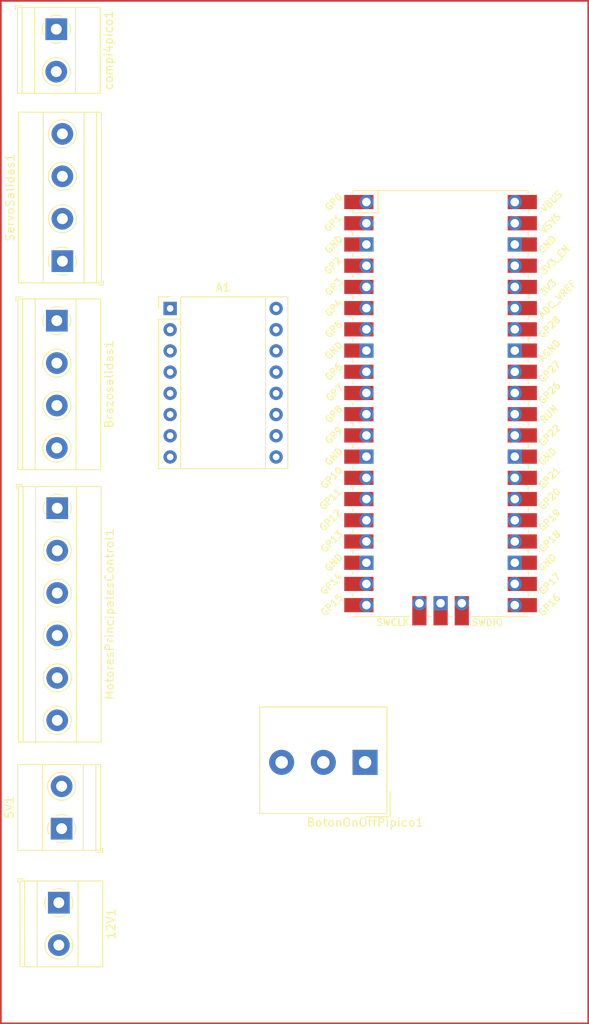
<source format=kicad_pcb>
(kicad_pcb (version 20221018) (generator pcbnew)
  (layers (0 "F.Cu" signal) (31 "B.Cu" signal) (34 "B.Paste" user) (35 "F.Paste" user) (36 "B.SilkS" user "B.Silkscreen") (37 "F.SilkS" user "F.Silkscreen") (38 "B.Mask" user) (39 "F.Mask" user) (44 "Edge.Cuts" user))
  (net 0 "")
  (net 1 "ServoControlpwm")
  (net 2 "velmot1pwm")
  (net 3 "mot1a")
  (net 4 "mot1b")
  (net 5 "velmot2pwm")
  (net 6 "mot2a")
  (net 7 "mot2b")
  (net 14 "compi4picoout")
  (net 15 "compi4picoin")
  (net 33 "brazo1a")
  (net 34 "brazo1b")
  (net 35 "brazo2a")
  (net 36 "brazo2b")
  (net 37 "servo5vgnd")
  (net 38 "servo5v")
  (net 39 "12VGND")
  (net 40 "12vin")
  (net 43 "gnddriv")
  (net 44 "vdriv")
  (net 45 "Net-(A1-~{RESET})")
  (net 46 "stepb")
  (net 47 "dirb")
  (net 48 "Net-(BotonOnOffPipico1-Pin_1)")
  (footprint "HORUSKICADhuellas:RPi_Pico_SMD_TH" (layer "F.Cu") (at 209.55 72.62)
    (fp_text reference "U1" hide)
    (fp_text value "Pico" hide)
    (fp_text user "GP16" (at 13.054 24.13 45) (layer "F.SilkS") (effects (font (size 0.8 0.8))))
    (fp_text user "GND" (at -12.8 -19.05 45) (layer "F.SilkS") (effects (font (size 0.8 0.8))))
    (fp_text user "ADC_VREF" (at 14 -12.5 45) (layer "F.SilkS") (effects (font (size 0.8 0.8))))
    (fp_text user "GP13" (at -13.054 16.51 45) (layer "F.SilkS") (effects (font (size 0.8 0.8))))
    (fp_text user "GP27" (at 13.054 -3.8 45) (layer "F.SilkS") (effects (font (size 0.8 0.8))))
    (fp_text user "GP21" (at 13.054 8.9 45) (layer "F.SilkS") (effects (font (size 0.8 0.8))))
    (fp_text user "GP8" (at -12.8 1.27 45) (layer "F.SilkS") (effects (font (size 0.8 0.8))))
    (fp_text user "GP0" (at -12.8 -24.13 45) (layer "F.SilkS") (effects (font (size 0.8 0.8))))
    (fp_text user "GP26" (at 13.054 -1.27 45) (layer "F.SilkS") (effects (font (size 0.8 0.8))))
    (fp_text user "VSYS" (at 13.2 -21.59 45) (layer "F.SilkS") (effects (font (size 0.8 0.8))))
    (fp_text user "VBUS" (at 13.3 -24.2 45) (layer "F.SilkS") (effects (font (size 0.8 0.8))))
    (fp_text user "GP15" (at -13.054 24.13 45) (layer "F.SilkS") (effects (font (size 0.8 0.8))))
    (fp_text user "3V3_EN" (at 13.7 -17.2 45) (layer "F.SilkS") (effects (font (size 0.8 0.8))))
    (fp_text user "GND" (at -12.8 19.05 45) (layer "F.SilkS") (effects (font (size 0.8 0.8))))
    (fp_text user "GP1" (at -12.9 -21.6 45) (layer "F.SilkS") (effects (font (size 0.8 0.8))))
    (fp_text user "3V3" (at 12.9 -13.9 45) (layer "F.SilkS") (effects (font (size 0.8 0.8))))
    (fp_text user "GND" (at 12.8 6.35 45) (layer "F.SilkS") (effects (font (size 0.8 0.8))))
    (fp_text user "GP10" (at -13.054 8.89 45) (layer "F.SilkS") (effects (font (size 0.8 0.8))))
    (fp_text user "SWDIO" (at 5.6 26.2) (layer "F.SilkS") (effects (font (size 0.8 0.8))))
    (fp_text user "GND" (at 12.8 19.05 45) (layer "F.SilkS") (effects (font (size 0.8 0.8))))
    (fp_text user "GP6" (at -12.8 -3.81 45) (layer "F.SilkS") (effects (font (size 0.8 0.8))))
    (fp_text user "GP3" (at -12.8 -13.97 45) (layer "F.SilkS") (effects (font (size 0.8 0.8))))
    (fp_text user "GP7" (at -12.7 -1.3 45) (layer "F.SilkS") (effects (font (size 0.8 0.8))))
    (fp_text user "GP19" (at 13.054 13.97 45) (layer "F.SilkS") (effects (font (size 0.8 0.8))))
    (fp_text user "GP28" (at 13.054 -9.144 45) (layer "F.SilkS") (effects (font (size 0.8 0.8))))
    (fp_text user "GP17" (at 13.054 21.59 45) (layer "F.SilkS") (effects (font (size 0.8 0.8))))
    (fp_text user "SWCLK" (at -5.7 26.2) (layer "F.SilkS") (effects (font (size 0.8 0.8))))
    (fp_text user "GND" (at -12.8 -6.35 45) (layer "F.SilkS") (effects (font (size 0.8 0.8))))
    (fp_text user "GP20" (at 13.054 11.43 45) (layer "F.SilkS") (effects (font (size 0.8 0.8))))
    (fp_text user "GND" (at -12.8 6.35 45) (layer "F.SilkS") (effects (font (size 0.8 0.8))))
    (fp_text user "GP5" (at -12.8 -8.89 45) (layer "F.SilkS") (effects (font (size 0.8 0.8))))
    (fp_text user "GND" (at 12.8 -19.05 45) (layer "F.SilkS") (effects (font (size 0.8 0.8))))
    (fp_text user "GP18" (at 13.054 16.51 45) (layer "F.SilkS") (effects (font (size 0.8 0.8))))
    (fp_text user "RUN" (at 13 1.27 45) (layer "F.SilkS") (effects (font (size 0.8 0.8))))
    (fp_text user "GP14" (at -13.1 21.59 45) (layer "F.SilkS") (effects (font (size 0.8 0.8))))
    (fp_text user "AGND" (at 13.054 -6.35 45) (layer "F.SilkS") (effects (font (size 0.8 0.8))))
    (fp_text user "GP12" (at -13.2 13.97 45) (layer "F.SilkS") (effects (font (size 0.8 0.8))))
    (fp_text user "GP4" (at -12.8 -11.43 45) (layer "F.SilkS") (effects (font (size 0.8 0.8))))
    (fp_text user "GP22" (at 13.054 3.81 45) (layer "F.SilkS") (effects (font (size 0.8 0.8))))
    (fp_text user "GP2" (at -12.9 -16.51 45) (layer "F.SilkS") (effects (font (size 0.8 0.8))))
    (fp_text user "GP9" (at -12.8 3.81 45) (layer "F.SilkS") (effects (font (size 0.8 0.8))))
    (fp_text user "GP11" (at -13.2 11.43 45) (layer "F.SilkS") (effects (font (size 0.8 0.8))))
    (fp_line (start -10.5 -25.5) (end -10.5 -25.2) (stroke (width 0.12)) (layer "F.SilkS"))
    (fp_line (start -10.5 -25.5) (end 10.5 -25.5) (stroke (width 0.12)) (layer "F.SilkS"))
    (fp_line (start -10.5 -23.1) (end -10.5 -22.7) (stroke (width 0.12)) (layer "F.SilkS"))
    (fp_line (start -10.5 -22.833) (end -7.493 -22.833) (stroke (width 0.12)) (layer "F.SilkS"))
    (fp_line (start -10.5 -20.5) (end -10.5 -20.1) (stroke (width 0.12)) (layer "F.SilkS"))
    (fp_line (start -10.5 -18) (end -10.5 -17.6) (stroke (width 0.12)) (layer "F.SilkS"))
    (fp_line (start -10.5 -15.4) (end -10.5 -15) (stroke (width 0.12)) (layer "F.SilkS"))
    (fp_line (start -10.5 -12.9) (end -10.5 -12.5) (stroke (width 0.12)) (layer "F.SilkS"))
    (fp_line (start -10.5 -10.4) (end -10.5 -10) (stroke (width 0.12)) (layer "F.SilkS"))
    (fp_line (start -10.5 -7.8) (end -10.5 -7.4) (stroke (width 0.12)) (layer "F.SilkS"))
    (fp_line (start -10.5 -5.3) (end -10.5 -4.9) (stroke (width 0.12)) (layer "F.SilkS"))
    (fp_line (start -10.5 -2.7) (end -10.5 -2.3) (stroke (width 0.12)) (layer "F.SilkS"))
    (fp_line (start -10.5 -0.2) (end -10.5 0.2) (stroke (width 0.12)) (layer "F.SilkS"))
    (fp_line (start -10.5 2.3) (end -10.5 2.7) (stroke (width 0.12)) (layer "F.SilkS"))
    (fp_line (start -10.5 4.9) (end -10.5 5.3) (stroke (width 0.12)) (layer "F.SilkS"))
    (fp_line (start -10.5 7.4) (end -10.5 7.8) (stroke (width 0.12)) (layer "F.SilkS"))
    (fp_line (start -10.5 10) (end -10.5 10.4) (stroke (width 0.12)) (layer "F.SilkS"))
    (fp_line (start -10.5 12.5) (end -10.5 12.9) (stroke (width 0.12)) (layer "F.SilkS"))
    (fp_line (start -10.5 15.1) (end -10.5 15.5) (stroke (width 0.12)) (layer "F.SilkS"))
    (fp_line (start -10.5 17.6) (end -10.5 18) (stroke (width 0.12)) (layer "F.SilkS"))
    (fp_line (start -10.5 20.1) (end -10.5 20.5) (stroke (width 0.12)) (layer "F.SilkS"))
    (fp_line (start -10.5 22.7) (end -10.5 23.1) (stroke (width 0.12)) (layer "F.SilkS"))
    (fp_line (start -7.493 -22.833) (end -7.493 -25.5) (stroke (width 0.12)) (layer "F.SilkS"))
    (fp_line (start -3.7 25.5) (end -10.5 25.5) (stroke (width 0.12)) (layer "F.SilkS"))
    (fp_line (start -1.5 25.5) (end -1.1 25.5) (stroke (width 0.12)) (layer "F.SilkS"))
    (fp_line (start 1.1 25.5) (end 1.5 25.5) (stroke (width 0.12)) (layer "F.SilkS"))
    (fp_line (start 10.5 -25.5) (end 10.5 -25.2) (stroke (width 0.12)) (layer "F.SilkS"))
    (fp_line (start 10.5 -23.1) (end 10.5 -22.7) (stroke (width 0.12)) (layer "F.SilkS"))
    (fp_line (start 10.5 -20.5) (end 10.5 -20.1) (stroke (width 0.12)) (layer "F.SilkS"))
    (fp_line (start 10.5 -18) (end 10.5 -17.6) (stroke (width 0.12)) (layer "F.SilkS"))
    (fp_line (start 10.5 -15.4) (end 10.5 -15) (stroke (width 0.12)) (layer "F.SilkS"))
    (fp_line (start 10.5 -12.9) (end 10.5 -12.5) (stroke (width 0.12)) (layer "F.SilkS"))
    (fp_line (start 10.5 -10.4) (end 10.5 -10) (stroke (width 0.12)) (layer "F.SilkS"))
    (fp_line (start 10.5 -7.8) (end 10.5 -7.4) (stroke (width 0.12)) (layer "F.SilkS"))
    (fp_line (start 10.5 -5.3) (end 10.5 -4.9) (stroke (width 0.12)) (layer "F.SilkS"))
    (fp_line (start 10.5 -2.7) (end 10.5 -2.3) (stroke (width 0.12)) (layer "F.SilkS"))
    (fp_line (start 10.5 -0.2) (end 10.5 0.2) (stroke (width 0.12)) (layer "F.SilkS"))
    (fp_line (start 10.5 2.3) (end 10.5 2.7) (stroke (width 0.12)) (layer "F.SilkS"))
    (fp_line (start 10.5 4.9) (end 10.5 5.3) (stroke (width 0.12)) (layer "F.SilkS"))
    (fp_line (start 10.5 7.4) (end 10.5 7.8) (stroke (width 0.12)) (layer "F.SilkS"))
    (fp_line (start 10.5 10) (end 10.5 10.4) (stroke (width 0.12)) (layer "F.SilkS"))
    (fp_line (start 10.5 12.5) (end 10.5 12.9) (stroke (width 0.12)) (layer "F.SilkS"))
    (fp_line (start 10.5 15.1) (end 10.5 15.5) (stroke (width 0.12)) (layer "F.SilkS"))
    (fp_line (start 10.5 17.6) (end 10.5 18) (stroke (width 0.12)) (layer "F.SilkS"))
    (fp_line (start 10.5 20.1) (end 10.5 20.5) (stroke (width 0.12)) (layer "F.SilkS"))
    (fp_line (start 10.5 22.7) (end 10.5 23.1) (stroke (width 0.12)) (layer "F.SilkS"))
    (fp_line (start 10.5 25.5) (end 3.7 25.5) (stroke (width 0.12)) (layer "F.SilkS"))
    (pad "" np_thru_hole oval (at -2.725 -24) (size 1.8 1.8) (drill 1.8) (layers "*.Cu" "*.Mask"))
    (pad "" np_thru_hole oval (at -2.425 -20.97) (size 1.5 1.5) (drill 1.5) (layers "*.Cu" "*.Mask"))
    (pad "" np_thru_hole oval (at 2.425 -20.97) (size 1.5 1.5) (drill 1.5) (layers "*.Cu" "*.Mask"))
    (pad "" np_thru_hole oval (at 2.725 -24) (size 1.8 1.8) (drill 1.8) (layers "*.Cu" "*.Mask"))
    (pad "1" thru_hole oval (at -8.89 -24.13) (size 1.7 1.7) (drill 1.02) (layers "*.Cu" "*.Mask") (net 14 "compi4picoout"))
    (pad "1" smd rect (at -8.89 -24.13) (size 3.5 1.7) (drill (offset -0.9 0)) (layers "F.Cu" "F.Mask") (net 14 "compi4picoout"))
    (pad "2" thru_hole oval (at -8.89 -21.59) (size 1.7 1.7) (drill 1.02) (layers "*.Cu" "*.Mask") (net 15 "compi4picoin"))
    (pad "2" smd rect (at -8.89 -21.59) (size 3.5 1.7) (drill (offset -0.9 0)) (layers "F.Cu" "F.Mask") (net 15 "compi4picoin"))
    (pad "3" thru_hole rect (at -8.89 -19.05) (size 1.7 1.7) (drill 1.02) (layers "*.Cu" "*.Mask"))
    (pad "3" smd rect (at -8.89 -19.05) (size 3.5 1.7) (drill (offset -0.9 0)) (layers "F.Cu" "F.Mask"))
    (pad "4" thru_hole oval (at -8.89 -16.51) (size 1.7 1.7) (drill 1.02) (layers "*.Cu" "*.Mask") (net 1 "ServoControlpwm"))
    (pad "4" smd rect (at -8.89 -16.51) (size 3.5 1.7) (drill (offset -0.9 0)) (layers "F.Cu" "F.Mask") (net 1 "ServoControlpwm"))
    (pad "5" thru_hole oval (at -8.89 -13.97) (size 1.7 1.7) (drill 1.02) (layers "*.Cu" "*.Mask"))
    (pad "5" smd rect (at -8.89 -13.97) (size 3.5 1.7) (drill (offset -0.9 0)) (layers "F.Cu" "F.Mask"))
    (pad "6" thru_hole oval (at -8.89 -11.43) (size 1.7 1.7) (drill 1.02) (layers "*.Cu" "*.Mask"))
    (pad "6" smd rect (at -8.89 -11.43) (size 3.5 1.7) (drill (offset -0.9 0)) (layers "F.Cu" "F.Mask"))
    (pad "7" thru_hole oval (at -8.89 -8.89) (size 1.7 1.7) (drill 1.02) (layers "*.Cu" "*.Mask"))
    (pad "7" smd rect (at -8.89 -8.89) (size 3.5 1.7) (drill (offset -0.9 0)) (layers "F.Cu" "F.Mask"))
    (pad "8" thru_hole rect (at -8.89 -6.35) (size 1.7 1.7) (drill 1.02) (layers "*.Cu" "*.Mask"))
    (pad "8" smd rect (at -8.89 -6.35) (size 3.5 1.7) (drill (offset -0.9 0)) (layers "F.Cu" "F.Mask"))
    (pad "9" thru_hole oval (at -8.89 -3.81) (size 1.7 1.7) (drill 1.02) (layers "*.Cu" "*.Mask"))
    (pad "9" smd rect (at -8.89 -3.81) (size 3.5 1.7) (drill (offset -0.9 0)) (layers "F.Cu" "F.Mask"))
    (pad "10" thru_hole oval (at -8.89 -1.27) (size 1.7 1.7) (drill 1.02) (layers "*.Cu" "*.Mask") (net 46 "stepb"))
    (pad "10" smd rect (at -8.89 -1.27) (size 3.5 1.7) (drill (offset -0.9 0)) (layers "F.Cu" "F.Mask") (net 46 "stepb"))
    (pad "11" thru_hole oval (at -8.89 1.27) (size 1.7 1.7) (drill 1.02) (layers "*.Cu" "*.Mask") (net 47 "dirb"))
    (pad "11" smd rect (at -8.89 1.27) (size 3.5 1.7) (drill (offset -0.9 0)) (layers "F.Cu" "F.Mask") (net 47 "dirb"))
    (pad "12" thru_hole oval (at -8.89 3.81) (size 1.7 1.7) (drill 1.02) (layers "*.Cu" "*.Mask"))
    (pad "12" smd rect (at -8.89 3.81) (size 3.5 1.7) (drill (offset -0.9 0)) (layers "F.Cu" "F.Mask"))
    (pad "13" thru_hole rect (at -8.89 6.35) (size 1.7 1.7) (drill 1.02) (layers "*.Cu" "*.Mask"))
    (pad "13" smd rect (at -8.89 6.35) (size 3.5 1.7) (drill (offset -0.9 0)) (layers "F.Cu" "F.Mask"))
    (pad "14" thru_hole oval (at -8.89 8.89) (size 1.7 1.7) (drill 1.02) (layers "*.Cu" "*.Mask") (net 2 "velmot1pwm"))
    (pad "14" smd rect (at -8.89 8.89) (size 3.5 1.7) (drill (offset -0.9 0)) (layers "F.Cu" "F.Mask") (net 2 "velmot1pwm"))
    (pad "15" thru_hole oval (at -8.89 11.43) (size 1.7 1.7) (drill 1.02) (layers "*.Cu" "*.Mask") (net 3 "mot1a"))
    (pad "15" smd rect (at -8.89 11.43) (size 3.5 1.7) (drill (offset -0.9 0)) (layers "F.Cu" "F.Mask") (net 3 "mot1a"))
    (pad "16" thru_hole oval (at -8.89 13.97) (size 1.7 1.7) (drill 1.02) (layers "*.Cu" "*.Mask") (net 4 "mot1b"))
    (pad "16" smd rect (at -8.89 13.97) (size 3.5 1.7) (drill (offset -0.9 0)) (layers "F.Cu" "F.Mask") (net 4 "mot1b"))
    (pad "17" thru_hole oval (at -8.89 16.51) (size 1.7 1.7) (drill 1.02) (layers "*.Cu" "*.Mask") (net 5 "velmot2pwm"))
    (pad "17" smd rect (at -8.89 16.51) (size 3.5 1.7) (drill (offset -0.9 0)) (layers "F.Cu" "F.Mask") (net 5 "velmot2pwm"))
    (pad "18" thru_hole rect (at -8.89 19.05) (size 1.7 1.7) (drill 1.02) (layers "*.Cu" "*.Mask"))
    (pad "18" smd rect (at -8.89 19.05) (size 3.5 1.7) (drill (offset -0.9 0)) (layers "F.Cu" "F.Mask"))
    (pad "19" thru_hole oval (at -8.89 21.59) (size 1.7 1.7) (drill 1.02) (layers "*.Cu" "*.Mask") (net 6 "mot2a"))
    (pad "19" smd rect (at -8.89 21.59) (size 3.5 1.7) (drill (offset -0.9 0)) (layers "F.Cu" "F.Mask") (net 6 "mot2a"))
    (pad "20" thru_hole oval (at -8.89 24.13) (size 1.7 1.7) (drill 1.02) (layers "*.Cu" "*.Mask") (net 7 "mot2b"))
    (pad "20" smd rect (at -8.89 24.13) (size 3.5 1.7) (drill (offset -0.9 0)) (layers "F.Cu" "F.Mask") (net 7 "mot2b"))
    (pad "21" thru_hole oval (at 8.89 24.13) (size 1.7 1.7) (drill 1.02) (layers "*.Cu" "*.Mask"))
    (pad "21" smd rect (at 8.89 24.13) (size 3.5 1.7) (drill (offset 0.9 0)) (layers "F.Cu" "F.Mask"))
    (pad "22" thru_hole oval (at 8.89 21.59) (size 1.7 1.7) (drill 1.02) (layers "*.Cu" "*.Mask"))
    (pad "22" smd rect (at 8.89 21.59) (size 3.5 1.7) (drill (offset 0.9 0)) (layers "F.Cu" "F.Mask"))
    (pad "23" thru_hole rect (at 8.89 19.05) (size 1.7 1.7) (drill 1.02) (layers "*.Cu" "*.Mask"))
    (pad "23" smd rect (at 8.89 19.05) (size 3.5 1.7) (drill (offset 0.9 0)) (layers "F.Cu" "F.Mask"))
    (pad "24" thru_hole oval (at 8.89 16.51) (size 1.7 1.7) (drill 1.02) (layers "*.Cu" "*.Mask"))
    (pad "24" smd rect (at 8.89 16.51) (size 3.5 1.7) (drill (offset 0.9 0)) (layers "F.Cu" "F.Mask"))
    (pad "25" thru_hole oval (at 8.89 13.97) (size 1.7 1.7) (drill 1.02) (layers "*.Cu" "*.Mask"))
    (pad "25" smd rect (at 8.89 13.97) (size 3.5 1.7) (drill (offset 0.9 0)) (layers "F.Cu" "F.Mask"))
    (pad "26" thru_hole oval (at 8.89 11.43) (size 1.7 1.7) (drill 1.02) (layers "*.Cu" "*.Mask"))
    (pad "26" smd rect (at 8.89 11.43) (size 3.5 1.7) (drill (offset 0.9 0)) (layers "F.Cu" "F.Mask"))
    (pad "27" thru_hole oval (at 8.89 8.89) (size 1.7 1.7) (drill 1.02) (layers "*.Cu" "*.Mask"))
    (pad "27" smd rect (at 8.89 8.89) (size 3.5 1.7) (drill (offset 0.9 0)) (layers "F.Cu" "F.Mask"))
    (pad "28" thru_hole rect (at 8.89 6.35) (size 1.7 1.7) (drill 1.02) (layers "*.Cu" "*.Mask") (net 43 "gnddriv"))
    (pad "28" smd rect (at 8.89 6.35) (size 3.5 1.7) (drill (offset 0.9 0)) (layers "F.Cu" "F.Mask") (net 43 "gnddriv"))
    (pad "29" thru_hole oval (at 8.89 3.81) (size 1.7 1.7) (drill 1.02) (layers "*.Cu" "*.Mask"))
    (pad "29" smd rect (at 8.89 3.81) (size 3.5 1.7) (drill (offset 0.9 0)) (layers "F.Cu" "F.Mask"))
    (pad "30" thru_hole oval (at 8.89 1.27) (size 1.7 1.7) (drill 1.02) (layers "*.Cu" "*.Mask"))
    (pad "30" smd rect (at 8.89 1.27) (size 3.5 1.7) (drill (offset 0.9 0)) (layers "F.Cu" "F.Mask"))
    (pad "31" thru_hole oval (at 8.89 -1.27) (size 1.7 1.7) (drill 1.02) (layers "*.Cu" "*.Mask"))
    (pad "31" smd rect (at 8.89 -1.27) (size 3.5 1.7) (drill (offset 0.9 0)) (layers "F.Cu" "F.Mask"))
    (pad "32" thru_hole oval (at 8.89 -3.81) (size 1.7 1.7) (drill 1.02) (layers "*.Cu" "*.Mask"))
    (pad "32" smd rect (at 8.89 -3.81) (size 3.5 1.7) (drill (offset 0.9 0)) (layers "F.Cu" "F.Mask"))
    (pad "33" thru_hole rect (at 8.89 -6.35) (size 1.7 1.7) (drill 1.02) (layers "*.Cu" "*.Mask"))
    (pad "33" smd rect (at 8.89 -6.35) (size 3.5 1.7) (drill (offset 0.9 0)) (layers "F.Cu" "F.Mask"))
    (pad "34" thru_hole oval (at 8.89 -8.89) (size 1.7 1.7) (drill 1.02) (layers "*.Cu" "*.Mask"))
    (pad "34" smd rect (at 8.89 -8.89) (size 3.5 1.7) (drill (offset 0.9 0)) (layers "F.Cu" "F.Mask"))
    (pad "35" thru_hole oval (at 8.89 -11.43) (size 1.7 1.7) (drill 1.02) (layers "*.Cu" "*.Mask"))
    (pad "35" smd rect (at 8.89 -11.43) (size 3.5 1.7) (drill (offset 0.9 0)) (layers "F.Cu" "F.Mask"))
    (pad "36" thru_hole oval (at 8.89 -13.97) (size 1.7 1.7) (drill 1.02) (layers "*.Cu" "*.Mask") (net 44 "vdriv"))
    (pad "36" smd rect (at 8.89 -13.97) (size 3.5 1.7) (drill (offset 0.9 0)) (layers "F.Cu" "F.Mask") (net 44 "vdriv"))
    (pad "37" thru_hole oval (at 8.89 -16.51) (size 1.7 1.7) (drill 1.02) (layers "*.Cu" "*.Mask"))
    (pad "37" smd rect (at 8.89 -16.51) (size 3.5 1.7) (drill (offset 0.9 0)) (layers "F.Cu" "F.Mask"))
    (pad "38" thru_hole rect (at 8.89 -19.05) (size 1.7 1.7) (drill 1.02) (layers "*.Cu" "*.Mask") (net 37 "servo5vgnd"))
    (pad "38" smd rect (at 8.89 -19.05) (size 3.5 1.7) (drill (offset 0.9 0)) (layers "F.Cu" "F.Mask") (net 37 "servo5vgnd"))
    (pad "39" thru_hole oval (at 8.89 -21.59) (size 1.7 1.7) (drill 1.02) (layers "*.Cu" "*.Mask") (net 48 "Net-(BotonOnOffPipico1-Pin_1)"))
    (pad "39" smd rect (at 8.89 -21.59) (size 3.5 1.7) (drill (offset 0.9 0)) (layers "F.Cu" "F.Mask") (net 48 "Net-(BotonOnOffPipico1-Pin_1)"))
    (pad "40" thru_hole oval (at 8.89 -24.13) (size 1.7 1.7) (drill 1.02) (layers "*.Cu" "*.Mask"))
    (pad "40" smd rect (at 8.89 -24.13) (size 3.5 1.7) (drill (offset 0.9 0)) (layers "F.Cu" "F.Mask"))
    (pad "41" thru_hole oval (at -2.54 23.9) (size 1.7 1.7) (drill 1.02) (layers "*.Cu" "*.Mask"))
    (pad "41" smd rect (at -2.54 23.9 90) (size 3.5 1.7) (drill (offset -0.9 0)) (layers "F.Cu" "F.Mask"))
    (pad "42" thru_hole rect (at 0 23.9) (size 1.7 1.7) (drill 1.02) (layers "*.Cu" "*.Mask"))
    (pad "42" smd rect (at 0 23.9 90) (size 3.5 1.7) (drill (offset -0.9 0)) (layers "F.Cu" "F.Mask"))
    (pad "43" thru_hole oval (at 2.54 23.9) (size 1.7 1.7) (drill 1.02) (layers "*.Cu" "*.Mask"))
    (pad "43" smd rect (at 2.54 23.9 90) (size 3.5 1.7) (drill (offset -0.9 0)) (layers "F.Cu" "F.Mask"))
  )
  (footprint "TerminalBlock_Phoenix:TerminalBlock_Phoenix_MKDS-1,5-2-5.08_1x02_P5.08mm_Horizontal" (layer "F.Cu") (at 163.495 27.795 -90)
    (fp_text reference "compi4pico1" (at 2.54 -6.26 90) (layer "F.SilkS"))
    (fp_text value "Screw_Terminal_01x02" hide)
    (fp_line (start -2.84 4.16) (end -2.84 4.9) (stroke (width 0.12)) (layer "F.SilkS"))
    (fp_line (start -2.84 4.9) (end -2.34 4.9) (stroke (width 0.12)) (layer "F.SilkS"))
    (fp_line (start -2.6 -5.261) (end -2.6 4.66) (stroke (width 0.12)) (layer "F.SilkS"))
    (fp_line (start -2.6 -5.261) (end 7.68 -5.261) (stroke (width 0.12)) (layer "F.SilkS"))
    (fp_line (start -2.6 -2.301) (end 7.68 -2.301) (stroke (width 0.12)) (layer "F.SilkS"))
    (fp_line (start -2.6 2.6) (end 7.68 2.6) (stroke (width 0.12)) (layer "F.SilkS"))
    (fp_line (start -2.6 4.1) (end 7.68 4.1) (stroke (width 0.12)) (layer "F.SilkS"))
    (fp_line (start -2.6 4.66) (end 7.68 4.66) (stroke (width 0.12)) (layer "F.SilkS"))
    (fp_line (start 3.853 1.023) (end 3.806 1.069) (stroke (width 0.12)) (layer "F.SilkS"))
    (fp_line (start 4.046 1.239) (end 4.011 1.274) (stroke (width 0.12)) (layer "F.SilkS"))
    (fp_line (start 6.15 -1.275) (end 6.115 -1.239) (stroke (width 0.12)) (layer "F.SilkS"))
    (fp_line (start 6.355 -1.069) (end 6.308 -1.023) (stroke (width 0.12)) (layer "F.SilkS"))
    (fp_line (start 7.68 -5.261) (end 7.68 4.66) (stroke (width 0.12)) (layer "F.SilkS"))
    (fp_arc (start -1.535427 0.683042) (mid -1.680501 -0.000524) (end -1.535 -0.684) (stroke (width 0.12)) (layer "F.SilkS"))
    (fp_arc (start -0.683042 -1.535427) (mid 0.000524 -1.680501) (end 0.684 -1.535) (stroke (width 0.12)) (layer "F.SilkS"))
    (fp_arc (start 0.028805 1.680253) (mid -0.335551 1.646659) (end -0.684 1.535) (stroke (width 0.12)) (layer "F.SilkS"))
    (fp_arc (start 0.683318 1.534756) (mid 0.349292 1.643288) (end 0 1.68) (stroke (width 0.12)) (layer "F.SilkS"))
    (fp_arc (start 1.535427 -0.683042) (mid 1.680501 0.000524) (end 1.535 0.684) (stroke (width 0.12)) (layer "F.SilkS"))
    (fp_circle (center 5.08 0) (end 6.76 0) (stroke (width 0.12)) (fill none) (layer "F.SilkS"))
    (pad "1" thru_hole rect (at 0 0 270) (size 2.6 2.6) (drill 1.3) (layers "*.Cu" "*.Mask") (net 14 "compi4picoout"))
    (pad "2" thru_hole circle (at 5.08 0 270) (size 2.6 2.6) (drill 1.3) (layers "*.Cu" "*.Mask") (net 15 "compi4picoin"))
  )
  (footprint "Module:Pololu_Breakout-16_15.2x20.3mm" (layer "F.Cu") (at 177.14 61.23)
    (fp_text reference "A1" (at 6.35 -2.54) (layer "F.SilkS"))
    (fp_text value "Pololu_Breakout_A4988")
    (fp_line (start -1.4 -1.4) (end -1.4 0) (stroke (width 0.12)) (layer "F.SilkS"))
    (fp_line (start -1.4 1.27) (end -1.4 19.18) (stroke (width 0.12)) (layer "F.SilkS"))
    (fp_line (start -1.4 19.18) (end 14.1 19.18) (stroke (width 0.12)) (layer "F.SilkS"))
    (fp_line (start 0 -1.4) (end -1.4 -1.4) (stroke (width 0.12)) (layer "F.SilkS"))
    (fp_line (start 1.27 -1.4) (end 1.27 1.27) (stroke (width 0.12)) (layer "F.SilkS"))
    (fp_line (start 1.27 1.27) (end -1.4 1.27) (stroke (width 0.12)) (layer "F.SilkS"))
    (fp_line (start 1.27 1.27) (end 1.27 19.18) (stroke (width 0.12)) (layer "F.SilkS"))
    (fp_line (start 11.43 -1.4) (end 11.43 19.18) (stroke (width 0.12)) (layer "F.SilkS"))
    (fp_line (start 14.1 -1.4) (end 1.27 -1.4) (stroke (width 0.12)) (layer "F.SilkS"))
    (fp_line (start 14.1 19.18) (end 14.1 -1.4) (stroke (width 0.12)) (layer "F.SilkS"))
    (pad "1" thru_hole rect (at 0 0) (size 1.6 1.6) (drill 0.8) (layers "*.Cu" "*.Mask") (net 43 "gnddriv"))
    (pad "2" thru_hole oval (at 0 2.54) (size 1.6 1.6) (drill 0.8) (layers "*.Cu" "*.Mask") (net 44 "vdriv"))
    (pad "3" thru_hole oval (at 0 5.08) (size 1.6 1.6) (drill 0.8) (layers "*.Cu" "*.Mask") (net 34 "brazo1b"))
    (pad "4" thru_hole oval (at 0 7.62) (size 1.6 1.6) (drill 0.8) (layers "*.Cu" "*.Mask") (net 33 "brazo1a"))
    (pad "5" thru_hole oval (at 0 10.16) (size 1.6 1.6) (drill 0.8) (layers "*.Cu" "*.Mask") (net 35 "brazo2a"))
    (pad "6" thru_hole oval (at 0 12.7) (size 1.6 1.6) (drill 0.8) (layers "*.Cu" "*.Mask") (net 36 "brazo2b"))
    (pad "7" thru_hole oval (at 0 15.24) (size 1.6 1.6) (drill 0.8) (layers "*.Cu" "*.Mask") (net 39 "12VGND"))
    (pad "8" thru_hole oval (at 0 17.78) (size 1.6 1.6) (drill 0.8) (layers "*.Cu" "*.Mask") (net 40 "12vin"))
    (pad "9" thru_hole oval (at 12.7 17.78) (size 1.6 1.6) (drill 0.8) (layers "*.Cu" "*.Mask"))
    (pad "10" thru_hole oval (at 12.7 15.24) (size 1.6 1.6) (drill 0.8) (layers "*.Cu" "*.Mask"))
    (pad "11" thru_hole oval (at 12.7 12.7) (size 1.6 1.6) (drill 0.8) (layers "*.Cu" "*.Mask"))
    (pad "12" thru_hole oval (at 12.7 10.16) (size 1.6 1.6) (drill 0.8) (layers "*.Cu" "*.Mask"))
    (pad "13" thru_hole oval (at 12.7 7.62) (size 1.6 1.6) (drill 0.8) (layers "*.Cu" "*.Mask") (net 45 "Net-(A1-~{RESET})"))
    (pad "14" thru_hole oval (at 12.7 5.08) (size 1.6 1.6) (drill 0.8) (layers "*.Cu" "*.Mask") (net 45 "Net-(A1-~{RESET})"))
    (pad "15" thru_hole oval (at 12.7 2.54) (size 1.6 1.6) (drill 0.8) (layers "*.Cu" "*.Mask") (net 46 "stepb"))
    (pad "16" thru_hole oval (at 12.7 0) (size 1.6 1.6) (drill 0.8) (layers "*.Cu" "*.Mask") (net 47 "dirb"))
  )
  (footprint "TerminalBlock_Phoenix:TerminalBlock_Phoenix_MKDS-1,5-2-5.08_1x02_P5.08mm_Horizontal" (layer "F.Cu") (at 164.135 123.51 90)
    (fp_text reference "5V1" (at 2.54 -6.26 90) (layer "F.SilkS"))
    (fp_text value "Screw_Terminal_01x02")
    (fp_line (start -2.84 4.16) (end -2.84 4.9) (stroke (width 0.12)) (layer "F.SilkS"))
    (fp_line (start -2.84 4.9) (end -2.34 4.9) (stroke (width 0.12)) (layer "F.SilkS"))
    (fp_line (start -2.6 -5.261) (end -2.6 4.66) (stroke (width 0.12)) (layer "F.SilkS"))
    (fp_line (start -2.6 -5.261) (end 7.68 -5.261) (stroke (width 0.12)) (layer "F.SilkS"))
    (fp_line (start -2.6 -2.301) (end 7.68 -2.301) (stroke (width 0.12)) (layer "F.SilkS"))
    (fp_line (start -2.6 2.6) (end 7.68 2.6) (stroke (width 0.12)) (layer "F.SilkS"))
    (fp_line (start -2.6 4.1) (end 7.68 4.1) (stroke (width 0.12)) (layer "F.SilkS"))
    (fp_line (start -2.6 4.66) (end 7.68 4.66) (stroke (width 0.12)) (layer "F.SilkS"))
    (fp_line (start 3.853 1.023) (end 3.806 1.069) (stroke (width 0.12)) (layer "F.SilkS"))
    (fp_line (start 4.046 1.239) (end 4.011 1.274) (stroke (width 0.12)) (layer "F.SilkS"))
    (fp_line (start 6.15 -1.275) (end 6.115 -1.239) (stroke (width 0.12)) (layer "F.SilkS"))
    (fp_line (start 6.355 -1.069) (end 6.308 -1.023) (stroke (width 0.12)) (layer "F.SilkS"))
    (fp_line (start 7.68 -5.261) (end 7.68 4.66) (stroke (width 0.12)) (layer "F.SilkS"))
    (fp_arc (start -1.535427 0.683042) (mid -1.680501 -0.000524) (end -1.535 -0.684) (stroke (width 0.12)) (layer "F.SilkS"))
    (fp_arc (start -0.683042 -1.535427) (mid 0.000524 -1.680501) (end 0.684 -1.535) (stroke (width 0.12)) (layer "F.SilkS"))
    (fp_arc (start 0.028805 1.680253) (mid -0.335551 1.646659) (end -0.684 1.535) (stroke (width 0.12)) (layer "F.SilkS"))
    (fp_arc (start 0.683318 1.534756) (mid 0.349292 1.643288) (end 0 1.68) (stroke (width 0.12)) (layer "F.SilkS"))
    (fp_arc (start 1.535427 -0.683042) (mid 1.680501 0.000524) (end 1.535 0.684) (stroke (width 0.12)) (layer "F.SilkS"))
    (fp_circle (center 5.08 0) (end 6.76 0) (stroke (width 0.12)) (fill none) (layer "F.SilkS"))
    (pad "1" thru_hole rect (at 0 0 90) (size 2.6 2.6) (drill 1.3) (layers "*.Cu" "*.Mask") (net 37 "servo5vgnd"))
    (pad "2" thru_hole circle (at 5.08 0 90) (size 2.6 2.6) (drill 1.3) (layers "*.Cu" "*.Mask") (net 38 "servo5v"))
  )
  (footprint "TerminalBlock_Altech:Altech_AK300_1x03_P5.00mm_45-Degree" (layer "F.Cu") (at 200.5 115.57 180)
    (fp_text reference "BotonOnOffPipico1" (at 0 -7.2) (layer "F.SilkS"))
    (fp_text value "Screw_Terminal_01x03")
    (fp_line (start -3 -6.5) (end 0 -6.5) (stroke (width 0.12)) (layer "F.SilkS"))
    (fp_line (start -3 -3.5) (end -3 -6.5) (stroke (width 0.12)) (layer "F.SilkS"))
    (fp_line (start -2.62 -6.12) (end -2.62 6.62) (stroke (width 0.12)) (layer "F.SilkS"))
    (fp_line (start -2.62 -6.12) (end -2.62 6.62) (stroke (width 0.12)) (layer "F.SilkS"))
    (fp_line (start -2.62 -6.12) (end 12.62 -6.12) (stroke (width 0.12)) (layer "F.SilkS"))
    (fp_line (start -2.62 -6.12) (end 12.62 -6.12) (stroke (width 0.12)) (layer "F.SilkS"))
    (fp_line (start -2.62 6.62) (end 12.62 6.62) (stroke (width 0.12)) (layer "F.SilkS"))
    (fp_line (start -2.62 6.62) (end 12.62 6.62) (stroke (width 0.12)) (layer "F.SilkS"))
    (fp_line (start 12.62 -6.12) (end 12.62 6.62) (stroke (width 0.12)) (layer "F.SilkS"))
    (fp_line (start 12.62 -6.12) (end 12.62 6.62) (stroke (width 0.12)) (layer "F.SilkS"))
    (pad "1" thru_hole rect (at 0 0 180) (size 3 3) (drill 1.5) (layers "*.Cu" "*.Mask") (net 48 "Net-(BotonOnOffPipico1-Pin_1)"))
    (pad "2" thru_hole circle (at 5 0 180) (size 3 3) (drill 1.5) (layers "*.Cu" "*.Mask") (net 38 "servo5v"))
    (pad "3" thru_hole circle (at 10 0 180) (size 3 3) (drill 1.5) (layers "*.Cu" "*.Mask"))
  )
  (footprint "TerminalBlock_Phoenix:TerminalBlock_Phoenix_MKDS-1,5-6-5.08_1x06_P5.08mm_Horizontal" (layer "F.Cu") (at 163.61 85.14 -90)
    (fp_text reference "MotoresPrincipalesControl1" (at 12.7 -6.26 90) (layer "F.SilkS"))
    (fp_text value "Screw_Terminal_01x06")
    (fp_line (start -2.84 4.16) (end -2.84 4.9) (stroke (width 0.12)) (layer "F.SilkS"))
    (fp_line (start -2.84 4.9) (end -2.34 4.9) (stroke (width 0.12)) (layer "F.SilkS"))
    (fp_line (start -2.6 -5.261) (end -2.6 4.66) (stroke (width 0.12)) (layer "F.SilkS"))
    (fp_line (start -2.6 -5.261) (end 28 -5.261) (stroke (width 0.12)) (layer "F.SilkS"))
    (fp_line (start -2.6 -2.301) (end 28 -2.301) (stroke (width 0.12)) (layer "F.SilkS"))
    (fp_line (start -2.6 2.6) (end 28 2.6) (stroke (width 0.12)) (layer "F.SilkS"))
    (fp_line (start -2.6 4.1) (end 28 4.1) (stroke (width 0.12)) (layer "F.SilkS"))
    (fp_line (start -2.6 4.66) (end 28 4.66) (stroke (width 0.12)) (layer "F.SilkS"))
    (fp_line (start 3.853 1.023) (end 3.806 1.069) (stroke (width 0.12)) (layer "F.SilkS"))
    (fp_line (start 4.046 1.239) (end 4.011 1.274) (stroke (width 0.12)) (layer "F.SilkS"))
    (fp_line (start 6.15 -1.275) (end 6.115 -1.239) (stroke (width 0.12)) (layer "F.SilkS"))
    (fp_line (start 6.355 -1.069) (end 6.308 -1.023) (stroke (width 0.12)) (layer "F.SilkS"))
    (fp_line (start 8.933 1.023) (end 8.886 1.069) (stroke (width 0.12)) (layer "F.SilkS"))
    (fp_line (start 9.126 1.239) (end 9.091 1.274) (stroke (width 0.12)) (layer "F.SilkS"))
    (fp_line (start 11.23 -1.275) (end 11.195 -1.239) (stroke (width 0.12)) (layer "F.SilkS"))
    (fp_line (start 11.435 -1.069) (end 11.388 -1.023) (stroke (width 0.12)) (layer "F.SilkS"))
    (fp_line (start 14.013 1.023) (end 13.966 1.069) (stroke (width 0.12)) (layer "F.SilkS"))
    (fp_line (start 14.206 1.239) (end 14.171 1.274) (stroke (width 0.12)) (layer "F.SilkS"))
    (fp_line (start 16.31 -1.275) (end 16.275 -1.239) (stroke (width 0.12)) (layer "F.SilkS"))
    (fp_line (start 16.515 -1.069) (end 16.468 -1.023) (stroke (width 0.12)) (layer "F.SilkS"))
    (fp_line (start 19.093 1.023) (end 19.046 1.069) (stroke (width 0.12)) (layer "F.SilkS"))
    (fp_line (start 19.286 1.239) (end 19.251 1.274) (stroke (width 0.12)) (layer "F.SilkS"))
    (fp_line (start 21.39 -1.275) (end 21.355 -1.239) (stroke (width 0.12)) (layer "F.SilkS"))
    (fp_line (start 21.595 -1.069) (end 21.548 -1.023) (stroke (width 0.12)) (layer "F.SilkS"))
    (fp_line (start 24.173 1.023) (end 24.126 1.069) (stroke (width 0.12)) (layer "F.SilkS"))
    (fp_line (start 24.366 1.239) (end 24.331 1.274) (stroke (width 0.12)) (layer "F.SilkS"))
    (fp_line (start 26.47 -1.275) (end 26.435 -1.239) (stroke (width 0.12)) (layer "F.SilkS"))
    (fp_line (start 26.675 -1.069) (end 26.628 -1.023) (stroke (width 0.12)) (layer "F.SilkS"))
    (fp_line (start 28 -5.261) (end 28 4.66) (stroke (width 0.12)) (layer "F.SilkS"))
    (fp_arc (start -1.535427 0.683042) (mid -1.680501 -0.000524) (end -1.535 -0.684) (stroke (width 0.12)) (layer "F.SilkS"))
    (fp_arc (start -0.683042 -1.535427) (mid 0.000524 -1.680501) (end 0.684 -1.535) (stroke (width 0.12)) (layer "F.SilkS"))
    (fp_arc (start 0.028805 1.680253) (mid -0.335551 1.646659) (end -0.684 1.535) (stroke (width 0.12)) (layer "F.SilkS"))
    (fp_arc (start 0.683318 1.534756) (mid 0.349292 1.643288) (end 0 1.68) (stroke (width 0.12)) (layer "F.SilkS"))
    (fp_arc (start 1.535427 -0.683042) (mid 1.680501 0.000524) (end 1.535 0.684) (stroke (width 0.12)) (layer "F.SilkS"))
    (fp_circle (center 5.08 0) (end 6.76 0) (stroke (width 0.12)) (fill none) (layer "F.SilkS"))
    (fp_circle (center 10.16 0) (end 11.84 0) (stroke (width 0.12)) (fill none) (layer "F.SilkS"))
    (fp_circle (center 15.24 0) (end 16.92 0) (stroke (width 0.12)) (fill none) (layer "F.SilkS"))
    (fp_circle (center 20.32 0) (end 22 0) (stroke (width 0.12)) (fill none) (layer "F.SilkS"))
    (fp_circle (center 25.4 0) (end 27.08 0) (stroke (width 0.12)) (fill none) (layer "F.SilkS"))
    (pad "1" thru_hole rect (at 0 0 270) (size 2.6 2.6) (drill 1.3) (layers "*.Cu" "*.Mask") (net 2 "velmot1pwm"))
    (pad "2" thru_hole circle (at 5.08 0 270) (size 2.6 2.6) (drill 1.3) (layers "*.Cu" "*.Mask") (net 3 "mot1a"))
    (pad "3" thru_hole circle (at 10.16 0 270) (size 2.6 2.6) (drill 1.3) (layers "*.Cu" "*.Mask") (net 4 "mot1b"))
    (pad "4" thru_hole circle (at 15.24 0 270) (size 2.6 2.6) (drill 1.3) (layers "*.Cu" "*.Mask") (net 5 "velmot2pwm"))
    (pad "5" thru_hole circle (at 20.32 0 270) (size 2.6 2.6) (drill 1.3) (layers "*.Cu" "*.Mask") (net 6 "mot2a"))
    (pad "6" thru_hole circle (at 25.4 0 270) (size 2.6 2.6) (drill 1.3) (layers "*.Cu" "*.Mask") (net 7 "mot2b"))
  )
  (footprint "TerminalBlock_Phoenix:TerminalBlock_Phoenix_MKDS-1,5-4-5.08_1x04_P5.08mm_Horizontal" (layer "F.Cu") (at 164.225 55.57 90)
    (fp_text reference "ServoSalidas1" (at 7.62 -6.26 90) (layer "F.SilkS"))
    (fp_text value "Screw_Terminal_01x04")
    (fp_line (start -2.84 4.16) (end -2.84 4.9) (stroke (width 0.12)) (layer "F.SilkS"))
    (fp_line (start -2.84 4.9) (end -2.34 4.9) (stroke (width 0.12)) (layer "F.SilkS"))
    (fp_line (start -2.6 -5.261) (end -2.6 4.66) (stroke (width 0.12)) (layer "F.SilkS"))
    (fp_line (start -2.6 -5.261) (end 17.84 -5.261) (stroke (width 0.12)) (layer "F.SilkS"))
    (fp_line (start -2.6 -2.301) (end 17.84 -2.301) (stroke (width 0.12)) (layer "F.SilkS"))
    (fp_line (start -2.6 2.6) (end 17.84 2.6) (stroke (width 0.12)) (layer "F.SilkS"))
    (fp_line (start -2.6 4.1) (end 17.84 4.1) (stroke (width 0.12)) (layer "F.SilkS"))
    (fp_line (start -2.6 4.66) (end 17.84 4.66) (stroke (width 0.12)) (layer "F.SilkS"))
    (fp_line (start 3.853 1.023) (end 3.806 1.069) (stroke (width 0.12)) (layer "F.SilkS"))
    (fp_line (start 4.046 1.239) (end 4.011 1.274) (stroke (width 0.12)) (layer "F.SilkS"))
    (fp_line (start 6.15 -1.275) (end 6.115 -1.239) (stroke (width 0.12)) (layer "F.SilkS"))
    (fp_line (start 6.355 -1.069) (end 6.308 -1.023) (stroke (width 0.12)) (layer "F.SilkS"))
    (fp_line (start 8.933 1.023) (end 8.886 1.069) (stroke (width 0.12)) (layer "F.SilkS"))
    (fp_line (start 9.126 1.239) (end 9.091 1.274) (stroke (width 0.12)) (layer "F.SilkS"))
    (fp_line (start 11.23 -1.275) (end 11.195 -1.239) (stroke (width 0.12)) (layer "F.SilkS"))
    (fp_line (start 11.435 -1.069) (end 11.388 -1.023) (stroke (width 0.12)) (layer "F.SilkS"))
    (fp_line (start 14.013 1.023) (end 13.966 1.069) (stroke (width 0.12)) (layer "F.SilkS"))
    (fp_line (start 14.206 1.239) (end 14.171 1.274) (stroke (width 0.12)) (layer "F.SilkS"))
    (fp_line (start 16.31 -1.275) (end 16.275 -1.239) (stroke (width 0.12)) (layer "F.SilkS"))
    (fp_line (start 16.515 -1.069) (end 16.468 -1.023) (stroke (width 0.12)) (layer "F.SilkS"))
    (fp_line (start 17.84 -5.261) (end 17.84 4.66) (stroke (width 0.12)) (layer "F.SilkS"))
    (fp_arc (start -1.535427 0.683042) (mid -1.680501 -0.000524) (end -1.535 -0.684) (stroke (width 0.12)) (layer "F.SilkS"))
    (fp_arc (start -0.683042 -1.535427) (mid 0.000524 -1.680501) (end 0.684 -1.535) (stroke (width 0.12)) (layer "F.SilkS"))
    (fp_arc (start 0.028805 1.680253) (mid -0.335551 1.646659) (end -0.684 1.535) (stroke (width 0.12)) (layer "F.SilkS"))
    (fp_arc (start 0.683318 1.534756) (mid 0.349292 1.643288) (end 0 1.68) (stroke (width 0.12)) (layer "F.SilkS"))
    (fp_arc (start 1.535427 -0.683042) (mid 1.680501 0.000524) (end 1.535 0.684) (stroke (width 0.12)) (layer "F.SilkS"))
    (fp_circle (center 5.08 0) (end 6.76 0) (stroke (width 0.12)) (fill none) (layer "F.SilkS"))
    (fp_circle (center 10.16 0) (end 11.84 0) (stroke (width 0.12)) (fill none) (layer "F.SilkS"))
    (fp_circle (center 15.24 0) (end 16.92 0) (stroke (width 0.12)) (fill none) (layer "F.SilkS"))
    (pad "1" thru_hole rect (at 0 0 90) (size 2.6 2.6) (drill 1.3) (layers "*.Cu" "*.Mask") (net 1 "ServoControlpwm"))
    (pad "2" thru_hole circle (at 5.08 0 90) (size 2.6 2.6) (drill 1.3) (layers "*.Cu" "*.Mask") (net 38 "servo5v"))
    (pad "3" thru_hole circle (at 10.16 0 90) (size 2.6 2.6) (drill 1.3) (layers "*.Cu" "*.Mask") (net 37 "servo5vgnd"))
    (pad "4" thru_hole circle (at 15.24 0 90) (size 2.6 2.6) (drill 1.3) (layers "*.Cu" "*.Mask"))
  )
  (footprint "TerminalBlock_Phoenix:TerminalBlock_Phoenix_MKDS-1,5-2-5.08_1x02_P5.08mm_Horizontal" (layer "F.Cu") (at 163.8 132.37 -90)
    (fp_text reference "12V1" (at 2.54 -6.26 90) (layer "F.SilkS"))
    (fp_text value "Screw_Terminal_01x02")
    (fp_line (start -2.84 4.16) (end -2.84 4.9) (stroke (width 0.12)) (layer "F.SilkS"))
    (fp_line (start -2.84 4.9) (end -2.34 4.9) (stroke (width 0.12)) (layer "F.SilkS"))
    (fp_line (start -2.6 -5.261) (end -2.6 4.66) (stroke (width 0.12)) (layer "F.SilkS"))
    (fp_line (start -2.6 -5.261) (end 7.68 -5.261) (stroke (width 0.12)) (layer "F.SilkS"))
    (fp_line (start -2.6 -2.301) (end 7.68 -2.301) (stroke (width 0.12)) (layer "F.SilkS"))
    (fp_line (start -2.6 2.6) (end 7.68 2.6) (stroke (width 0.12)) (layer "F.SilkS"))
    (fp_line (start -2.6 4.1) (end 7.68 4.1) (stroke (width 0.12)) (layer "F.SilkS"))
    (fp_line (start -2.6 4.66) (end 7.68 4.66) (stroke (width 0.12)) (layer "F.SilkS"))
    (fp_line (start 3.853 1.023) (end 3.806 1.069) (stroke (width 0.12)) (layer "F.SilkS"))
    (fp_line (start 4.046 1.239) (end 4.011 1.274) (stroke (width 0.12)) (layer "F.SilkS"))
    (fp_line (start 6.15 -1.275) (end 6.115 -1.239) (stroke (width 0.12)) (layer "F.SilkS"))
    (fp_line (start 6.355 -1.069) (end 6.308 -1.023) (stroke (width 0.12)) (layer "F.SilkS"))
    (fp_line (start 7.68 -5.261) (end 7.68 4.66) (stroke (width 0.12)) (layer "F.SilkS"))
    (fp_arc (start -1.535427 0.683042) (mid -1.680501 -0.000524) (end -1.535 -0.684) (stroke (width 0.12)) (layer "F.SilkS"))
    (fp_arc (start -0.683042 -1.535427) (mid 0.000524 -1.680501) (end 0.684 -1.535) (stroke (width 0.12)) (layer "F.SilkS"))
    (fp_arc (start 0.028805 1.680253) (mid -0.335551 1.646659) (end -0.684 1.535) (stroke (width 0.12)) (layer "F.SilkS"))
    (fp_arc (start 0.683318 1.534756) (mid 0.349292 1.643288) (end 0 1.68) (stroke (width 0.12)) (layer "F.SilkS"))
    (fp_arc (start 1.535427 -0.683042) (mid 1.680501 0.000524) (end 1.535 0.684) (stroke (width 0.12)) (layer "F.SilkS"))
    (fp_circle (center 5.08 0) (end 6.76 0) (stroke (width 0.12)) (fill none) (layer "F.SilkS"))
    (pad "1" thru_hole rect (at 0 0 270) (size 2.6 2.6) (drill 1.3) (layers "*.Cu" "*.Mask") (net 39 "12VGND"))
    (pad "2" thru_hole circle (at 5.08 0 270) (size 2.6 2.6) (drill 1.3) (layers "*.Cu" "*.Mask") (net 40 "12vin"))
  )
  (footprint "TerminalBlock_Phoenix:TerminalBlock_Phoenix_MKDS-1,5-4-5.08_1x04_P5.08mm_Horizontal" (layer "F.Cu") (at 163.56 62.69 -90)
    (fp_text reference "Brazosalidas1" (at 7.62 -6.26 90) (layer "F.SilkS"))
    (fp_text value "Screw_Terminal_01x04" hide)
    (fp_line (start -2.84 4.16) (end -2.84 4.9) (stroke (width 0.12)) (layer "F.SilkS"))
    (fp_line (start -2.84 4.9) (end -2.34 4.9) (stroke (width 0.12)) (layer "F.SilkS"))
    (fp_line (start -2.6 -5.261) (end -2.6 4.66) (stroke (width 0.12)) (layer "F.SilkS"))
    (fp_line (start -2.6 -5.261) (end 17.84 -5.261) (stroke (width 0.12)) (layer "F.SilkS"))
    (fp_line (start -2.6 -2.301) (end 17.84 -2.301) (stroke (width 0.12)) (layer "F.SilkS"))
    (fp_line (start -2.6 2.6) (end 17.84 2.6) (stroke (width 0.12)) (layer "F.SilkS"))
    (fp_line (start -2.6 4.1) (end 17.84 4.1) (stroke (width 0.12)) (layer "F.SilkS"))
    (fp_line (start -2.6 4.66) (end 17.84 4.66) (stroke (width 0.12)) (layer "F.SilkS"))
    (fp_line (start 3.853 1.023) (end 3.806 1.069) (stroke (width 0.12)) (layer "F.SilkS"))
    (fp_line (start 4.046 1.239) (end 4.011 1.274) (stroke (width 0.12)) (layer "F.SilkS"))
    (fp_line (start 6.15 -1.275) (end 6.115 -1.239) (stroke (width 0.12)) (layer "F.SilkS"))
    (fp_line (start 6.355 -1.069) (end 6.308 -1.023) (stroke (width 0.12)) (layer "F.SilkS"))
    (fp_line (start 8.933 1.023) (end 8.886 1.069) (stroke (width 0.12)) (layer "F.SilkS"))
    (fp_line (start 9.126 1.239) (end 9.091 1.274) (stroke (width 0.12)) (layer "F.SilkS"))
    (fp_line (start 11.23 -1.275) (end 11.195 -1.239) (stroke (width 0.12)) (layer "F.SilkS"))
    (fp_line (start 11.435 -1.069) (end 11.388 -1.023) (stroke (width 0.12)) (layer "F.SilkS"))
    (fp_line (start 14.013 1.023) (end 13.966 1.069) (stroke (width 0.12)) (layer "F.SilkS"))
    (fp_line (start 14.206 1.239) (end 14.171 1.274) (stroke (width 0.12)) (layer "F.SilkS"))
    (fp_line (start 16.31 -1.275) (end 16.275 -1.239) (stroke (width 0.12)) (layer "F.SilkS"))
    (fp_line (start 16.515 -1.069) (end 16.468 -1.023) (stroke (width 0.12)) (layer "F.SilkS"))
    (fp_line (start 17.84 -5.261) (end 17.84 4.66) (stroke (width 0.12)) (layer "F.SilkS"))
    (fp_arc (start -1.535427 0.683042) (mid -1.680501 -0.000524) (end -1.535 -0.684) (stroke (width 0.12)) (layer "F.SilkS"))
    (fp_arc (start -0.683042 -1.535427) (mid 0.000524 -1.680501) (end 0.684 -1.535) (stroke (width 0.12)) (layer "F.SilkS"))
    (fp_arc (start 0.028805 1.680253) (mid -0.335551 1.646659) (end -0.684 1.535) (stroke (width 0.12)) (layer "F.SilkS"))
    (fp_arc (start 0.683318 1.534756) (mid 0.349292 1.643288) (end 0 1.68) (stroke (width 0.12)) (layer "F.SilkS"))
    (fp_arc (start 1.535427 -0.683042) (mid 1.680501 0.000524) (end 1.535 0.684) (stroke (width 0.12)) (layer "F.SilkS"))
    (fp_circle (center 5.08 0) (end 6.76 0) (stroke (width 0.12)) (fill none) (layer "F.SilkS"))
    (fp_circle (center 10.16 0) (end 11.84 0) (stroke (width 0.12)) (fill none) (layer "F.SilkS"))
    (fp_circle (center 15.24 0) (end 16.92 0) (stroke (width 0.12)) (fill none) (layer "F.SilkS"))
    (pad "1" thru_hole rect (at 0 0 270) (size 2.6 2.6) (drill 1.3) (layers "*.Cu" "*.Mask") (net 34 "brazo1b"))
    (pad "2" thru_hole circle (at 5.08 0 270) (size 2.6 2.6) (drill 1.3) (layers "*.Cu" "*.Mask") (net 33 "brazo1a"))
    (pad "3" thru_hole circle (at 10.16 0 270) (size 2.6 2.6) (drill 1.3) (layers "*.Cu" "*.Mask") (net 35 "brazo2a"))
    (pad "4" thru_hole circle (at 15.24 0 270) (size 2.6 2.6) (drill 1.3) (layers "*.Cu" "*.Mask") (net 36 "brazo2b"))
  )
  (gr_rect (start 156.85 24.4) (end 227.25 146.82) (stroke (width 0.2)) (fill none) (layer "F.Cu"))
)
</source>
